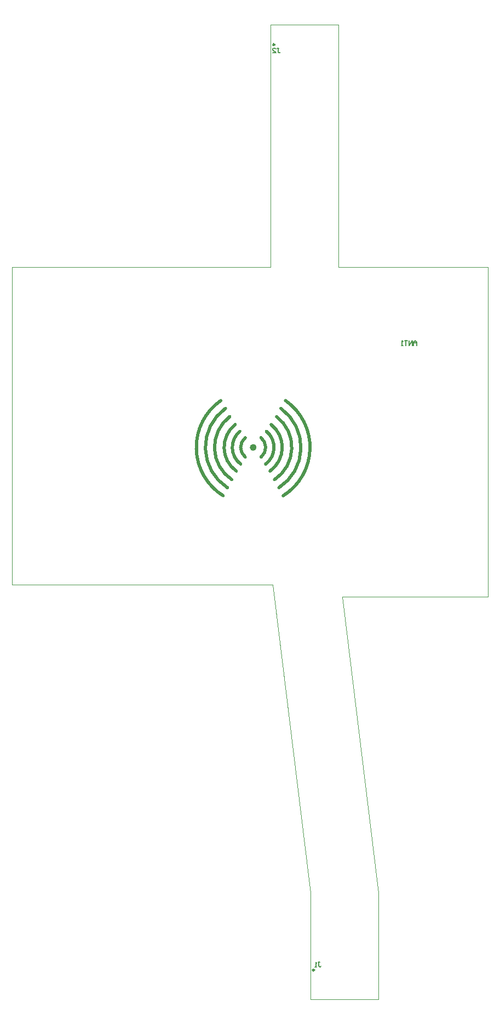
<source format=gbo>
G04*
G04 #@! TF.GenerationSoftware,Altium Limited,Altium Designer,19.0.12 (326)*
G04*
G04 Layer_Color=32896*
%FSLAX44Y44*%
%MOMM*%
G71*
G01*
G75*
%ADD17C,0.2032*%
%ADD18C,0.0127*%
%ADD19C,0.0130*%
%ADD48C,0.5080*%
%ADD55C,0.3048*%
D17*
X410256Y827694D02*
X412626D01*
X411441D01*
Y821769D01*
X412626Y820584D01*
X413811D01*
X414996Y821769D01*
X403147Y820584D02*
X407886D01*
X403147Y825324D01*
Y826509D01*
X404332Y827694D01*
X406701D01*
X407886Y826509D01*
X473248Y-583022D02*
X475618D01*
X474433D01*
Y-588947D01*
X475618Y-590132D01*
X476803D01*
X477988Y-588947D01*
X470878Y-590132D02*
X468508D01*
X469693D01*
Y-583022D01*
X470878Y-584207D01*
X625872Y369094D02*
Y373834D01*
X623502Y376204D01*
X621132Y373834D01*
Y369094D01*
Y372649D01*
X625872D01*
X618762Y369094D02*
Y376204D01*
X614022Y369094D01*
Y376204D01*
X611653D02*
X606913D01*
X609283D01*
Y369094D01*
X604543D02*
X602173D01*
X603358D01*
Y376204D01*
X604543Y375019D01*
D18*
X510723Y-19142D02*
X566304Y-476337D01*
X0Y0D02*
X403392D01*
X403397Y0D02*
X461304Y-476337D01*
X735904Y-19138D02*
Y489996D01*
X4Y0D02*
Y489996D01*
X461304Y-640804D02*
X566304D01*
Y-476337D01*
X461304Y-640804D02*
Y-476337D01*
X399804Y864296D02*
X399804Y489996D01*
X504804Y864296D02*
X504804Y489996D01*
X4Y489996D02*
X399804Y489996D01*
X504804Y489996D02*
X735904Y489996D01*
X399804Y864296D02*
X504804D01*
D19*
X510723Y-19138D02*
X735904Y-19138D01*
D48*
X345223Y246980D02*
G03*
X346900Y175009I27689J-35360D01*
G01*
X336636Y259095D02*
G03*
X339884Y161831I36276J-47475D01*
G01*
X330035Y271781D02*
G03*
X333136Y149365I42877J-60161D01*
G01*
X322927Y283912D02*
G03*
X326576Y136937I49985J-72292D01*
G01*
X419248D02*
G03*
X422897Y283912I-46336J74683D01*
G01*
X412688Y149365D02*
G03*
X415789Y271781I-39776J62255D01*
G01*
X405940Y161831D02*
G03*
X409188Y259095I-33028J49789D01*
G01*
X398924Y175009D02*
G03*
X400601Y246980I-26012J36611D01*
G01*
X352299Y236351D02*
G03*
X353643Y185828I20612J-24731D01*
G01*
X392181D02*
G03*
X393525Y236351I-19269J25792D01*
G01*
X360721Y226605D02*
G03*
X360640Y196701I12191J-14985D01*
G01*
X385184D02*
G03*
X385103Y226605I-12272J14919D01*
G01*
X375659Y211620D02*
G03*
X375659Y211620I-2747J0D01*
G01*
D55*
X405852Y833284D02*
G03*
X405852Y833284I-1016J0D01*
G01*
X467195Y-595256D02*
G03*
X467195Y-595256I-1016J0D01*
G01*
M02*

</source>
